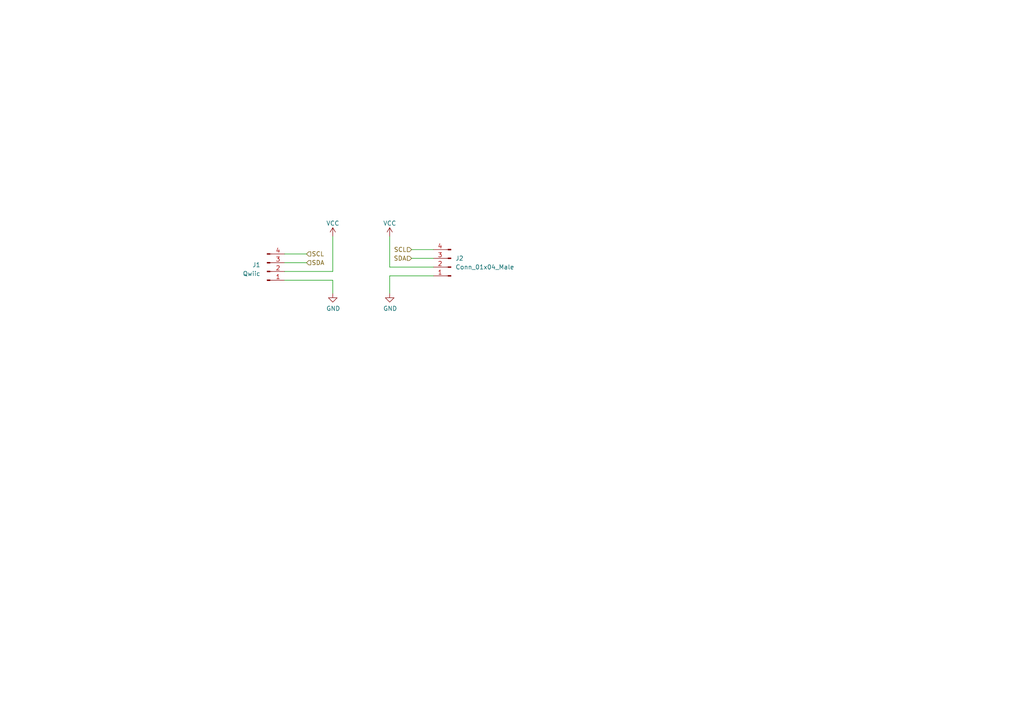
<source format=kicad_sch>
(kicad_sch (version 20211123) (generator eeschema)
  (paper "A4")
  (title_block (title "BornHack badge 2022 add-on template") (date "2022-06-26") (rev "1.0"))
  (lib_symbols
    (symbol "Connector:Conn_01x04_Male" (pin_names (offset 1.016) hide)
      (property "Reference" "J" (at 0 5.08 0))
      (property "Value" "Conn_01x04_Male" (at 0 -7.62 0))
      (symbol "Conn_01x04_Male_1_1"
        (polyline (pts (xy 1.27 -5.08) (xy 0.8636 -5.08)) (stroke (width 0.1524)))
        (polyline (pts (xy 1.27 -2.54) (xy 0.8636 -2.54)) (stroke (width 0.1524)))
        (polyline (pts (xy 1.27 0) (xy 0.8636 0)) (stroke (width 0.1524)))
        (polyline (pts (xy 1.27 2.54) (xy 0.8636 2.54)) (stroke (width 0.1524)))
        (rectangle (start 0.8636 -4.953) (end 0 -5.207) (stroke (width 0.1524)) (fill (type outline)))
        (rectangle (start 0.8636 -2.413) (end 0 -2.667) (stroke (width 0.1524)) (fill (type outline)))
        (rectangle (start 0.8636 0.127) (end 0 -0.127) (stroke (width 0.1524)) (fill (type outline)))
        (rectangle (start 0.8636 2.667) (end 0 2.413) (stroke (width 0.1524)) (fill (type outline)))
        (pin passive line (at 5.08 2.54 180) (length 3.81) (name "Pin_1") (number "1"))
        (pin passive line (at 5.08 0 180) (length 3.81) (name "Pin_2") (number "2"))
        (pin passive line (at 5.08 -2.54 180) (length 3.81) (name "Pin_3") (number "3"))
        (pin passive line (at 5.08 -5.08 180) (length 3.81) (name "Pin_4") (number "4"))
      )
    )
    (symbol "power:GND" (power) (pin_names (offset 0))
      (property "Value" "GND" (at 0 -3.81 0))
      (symbol "GND_0_1"
        (polyline (pts (xy 0 0) (xy 0 -1.27) (xy 1.27 -1.27) (xy 0 -2.54) (xy -1.27 -1.27) (xy 0 -1.27)))
      )
      (symbol "GND_1_1"
        (pin power_in line (at 0 0 270) (length 0) hide (name "GND") (number "1"))
      )
    )
    (symbol "power:VCC" (power) (pin_names (offset 0))
      (property "Value" "VCC" (at 0 3.81 0))
      (symbol "VCC_0_1"
        (polyline (pts (xy -0.762 1.27) (xy 0 2.54)))
        (polyline (pts (xy 0 0) (xy 0 2.54)))
        (polyline (pts (xy 0 2.54) (xy 0.762 1.27)))
      )
      (symbol "VCC_1_1"
        (pin power_in line (at 0 0 90) (length 0) hide (name "VCC") (number "1"))
      )
    )
  )
  (wire (pts (xy 82.55 76.2) (xy 88.9 76.2)))
  (wire (pts (xy 113.03 80.01) (xy 113.03 85.09)))
  (wire (pts (xy 82.55 81.28) (xy 96.52 81.28)))
  (wire (pts (xy 119.38 74.93) (xy 125.73 74.93)))
  (wire (pts (xy 125.73 77.47) (xy 113.03 77.47)))
  (wire (pts (xy 96.52 68.58) (xy 96.52 78.74)))
  (wire (pts (xy 125.73 80.01) (xy 113.03 80.01)))
  (wire (pts (xy 82.55 73.66) (xy 88.9 73.66)))
  (wire (pts (xy 113.03 77.47) (xy 113.03 68.58)))
  (wire (pts (xy 119.38 72.39) (xy 125.73 72.39)))
  (wire (pts (xy 96.52 85.09) (xy 96.52 81.28)))
  (wire (pts (xy 82.55 78.74) (xy 96.52 78.74)))
  (hierarchical_label "SCL" (shape input) (at 119.38 72.39 180))
  (hierarchical_label "SCL" (shape input) (at 88.9 73.66 0))
  (hierarchical_label "SDA" (shape input) (at 119.38 74.93 180))
  (hierarchical_label "SDA" (shape input) (at 88.9 76.2 0))
  (symbol (lib_id "power:VCC") (at 96.52 68.58 0) (unit 1)
    (property "Reference" "#PWR01" (effects hide))
    (property "Value" "VCC" (at 96.52 64.77 0))
  )
  (symbol (lib_id "Connector:Conn_01x04_Male") (at 77.47 78.74 0) (mirror x) (unit 1)
    (property "Reference" "J1" (at 75.565 76.8349 0) (effects (justify right)))
    (property "Value" "Qwiic" (at 75.565 79.3749 0) (effects (justify right)))
    (property "Footprint" "Connector_JST:JST_SH_SM04B-SRSS-TB_1x04-1MP_P1.00mm_Horizontal" (effects hide))
  )
  (symbol (lib_id "Connector:Conn_01x04_Male") (at 130.81 77.47 180) (unit 1)
    (property "Reference" "J2" (at 132.08 74.9299 0) (effects (justify right)))
    (property "Value" "Conn_01x04_Male" (at 132.08 77.4699 0) (effects (justify right)))
    (property "Footprint" "Connector_PinHeader_2.54mm:PinHeader_1x04_P2.54mm_Vertical" (effects hide))
  )
  (symbol (lib_id "power:VCC") (at 113.03 68.58 0) (unit 1)
    (property "Reference" "#PWR03" (effects hide))
    (property "Value" "VCC" (at 113.03 64.77 0))
  )
  (symbol (lib_id "power:GND") (at 96.52 85.09 0) (unit 1)
    (property "Reference" "#PWR02" (effects hide))
    (property "Value" "GND" (at 96.647 89.4842 0))
  )
  (symbol (lib_id "power:GND") (at 113.03 85.09 0) (unit 1)
    (property "Reference" "#PWR04" (effects hide))
    (property "Value" "GND" (at 113.157 89.4842 0))
  )
)
</source>
